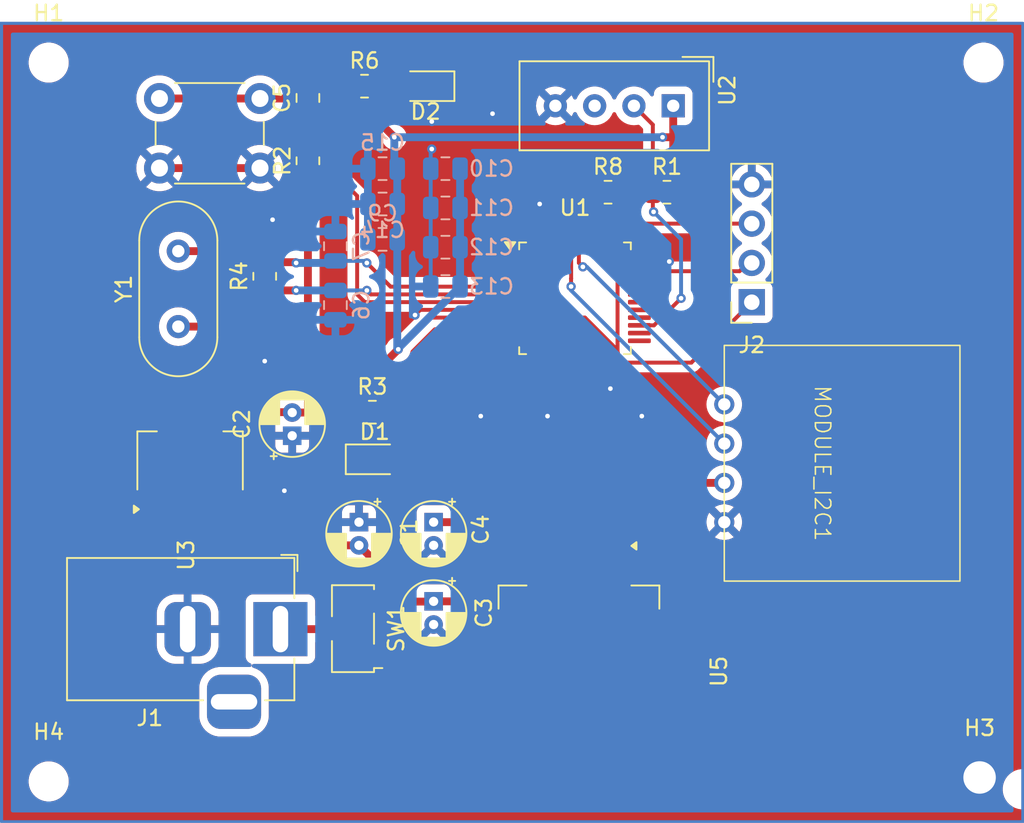
<source format=kicad_pcb>
(kicad_pcb (version 20240108) (generator "pcbnew") (generator_version "8.0")
  (layers (0 "F.Cu" jumper) (31 "B.Cu" signal) (34 "B.Paste" user) (35 "F.Paste" user) (36 "B.SilkS" user "B.Silkscreen") (37 "F.SilkS" user "F.Silkscreen") (38 "B.Mask" user) (39 "F.Mask" user) (44 "Edge.Cuts" user))
  (net 0 "")
  (net 1 "Net-(SW1-A)")
  (net 2 "/GND")
  (net 3 "/3v3")
  (net 4 "/5v")
  (net 5 "/OSCOUT")
  (net 6 "/OSCIN")
  (net 7 "Net-(D1-A)")
  (net 8 "Net-(SW1-B)")
  (net 11 "/SDA")
  (net 13 "/PB14")
  (net 20 "/SCL")
  (net 30 "/SWDIO")
  (net 33 "/SWCLK")
  (net 41 "Net-(D2-A)")
  (net 42 "Net-(U1-BOOT0)")
  (net 43 "/PC13")
  (net 44 "/PA1")
  (net 45 "/RESET")
  (footprint "Connector_BarrelJack:BarrelJack_Horizontal" (layer "F.Cu") (at 115.57 89.7205)
    (property "Reference" "J1" (at -8.45 5.75 0) (layer "F.SilkS"))
    (property "Value" "Jack-DC")
    (pad "1" thru_hole rect (at 0 0) (size 3.5 3.5) (drill oval 1 3) (layers "*.Cu" "*.Mask") (net 8 "Net-(SW1-B)"))
    (pad "2" thru_hole roundrect (at -6 0) (size 3 3.5) (drill oval 1 3) (layers "*.Cu" "*.Mask") (net 2 "/GND"))
    (pad "3" thru_hole roundrect (at -3 4.7) (size 3.5 3.5) (drill oval 3 1) (layers "*.Cu" "*.Mask"))
  )
  (footprint "Resistor_SMD:R_0805_2012Metric" (layer "F.Cu") (at 114.554 66.9055 90)
    (property "Reference" "R4" (at 0 -1.65 90) (layer "F.SilkS"))
    (property "Value" "1M" (hide yes))
    (pad "1" smd roundrect (at -0.9125 0 90) (size 1.025 1.4) (layers "F.Cu" "F.Paste" "F.Mask") (roundrect_rratio 0.243902) (net 5 "/OSCOUT"))
    (pad "2" smd roundrect (at 0.9125 0 90) (size 1.025 1.4) (layers "F.Cu" "F.Paste" "F.Mask") (roundrect_rratio 0.243902) (net 6 "/OSCIN"))
  )
  (footprint "Button_Switch_SMD:Nidec_Copal_CAS-120A" (layer "F.Cu") (at 120.262 89.69 180)
    (property "Reference" "SW1" (at -2.794 0 90) (layer "F.SilkS"))
    (property "Value" "SW_Nidec_CAS-120A1" (hide yes))
    (pad "1" smd roundrect (at -1.15 -1.75 90) (size 1 1.6) (layers "F.Cu" "F.Paste" "F.Mask"))
    (pad "2" smd roundrect (at 1.15 0 90) (size 1 1.6) (layers "F.Cu" "F.Paste" "F.Mask") (net 8 "Net-(SW1-B)"))
    (pad "3" smd roundrect (at -1.15 1.75 90) (size 1 1.6) (layers "F.Cu" "F.Paste" "F.Mask") (net 1 "Net-(SW1-A)"))
  )
  (footprint "Package_TO_SOT_SMD:SOT-223-3_TabPin2" (layer "F.Cu") (at 109.728 78.842 90)
    (property "Reference" "U3" (at -6.096 -0.254 90) (layer "F.SilkS"))
    (property "Value" "AMS1117" (hide yes))
    (pad "1" smd roundrect (at -3.15 -2.3 90) (size 2 1.5) (layers "F.Cu" "F.Paste" "F.Mask") (net 2 "/GND"))
    (pad "2" smd roundrect (at -3.15 0 90) (size 2 1.5) (layers "F.Cu" "F.Paste" "F.Mask") (net 3 "/3v3"))
    (pad "2" smd roundrect (at 3.15 0 90) (size 2 3.8) (layers "F.Cu" "F.Paste" "F.Mask") (net 3 "/3v3"))
    (pad "3" smd roundrect (at -3.15 2.3 90) (size 2 1.5) (layers "F.Cu" "F.Paste" "F.Mask") (net 1 "Net-(SW1-A)"))
  )
  (footprint "MountingHole:MountingHole_2.1mm" (layer "F.Cu") (at 160.782 99.314)
    (property "Reference" "H3" (at 0 -3.2 0) (layer "F.SilkS"))
    (property "Value" "MountingHole" (hide yes))
    (pad "" np_thru_hole circle (at 0 0) (size 2.1 2.1) (drill 2.1) (layers "*.Cu" "*.Mask"))
  )
  (footprint "Package_QFP:LQFP-48_7x7mm_P0.5mm" (layer "F.Cu") (at 134.62 68.326)
    (property "Reference" "U1" (at 0 -5.85 0) (layer "F.SilkS"))
    (property "Value" "STM32F103C8Tx" (hide yes))
    (pad "1" smd roundrect (at -4.1625 -2.75) (size 1.475 0.3) (layers "F.Cu" "F.Paste" "F.Mask"))
    (pad "2" smd roundrect (at -4.1625 -2.25) (size 1.475 0.3) (layers "F.Cu" "F.Paste" "F.Mask") (net 43 "/PC13"))
    (pad "3" smd roundrect (at -4.1625 -1.75) (size 1.475 0.3) (layers "F.Cu" "F.Paste" "F.Mask"))
    (pad "4" smd roundrect (at -4.1625 -1.25) (size 1.475 0.3) (layers "F.Cu" "F.Paste" "F.Mask"))
    (pad "5" smd roundrect (at -4.1625 -0.75) (size 1.475 0.3) (layers "F.Cu" "F.Paste" "F.Mask") (net 6 "/OSCIN"))
    (pad "6" smd roundrect (at -4.1625 -0.25) (size 1.475 0.3) (layers "F.Cu" "F.Paste" "F.Mask") (net 5 "/OSCOUT"))
    (pad "7" smd roundrect (at -4.1625 0.25) (size 1.475 0.3) (layers "F.Cu" "F.Paste" "F.Mask") (net 45 "/RESET"))
    (pad "8" smd roundrect (at -4.1625 0.75) (size 1.475 0.3) (layers "F.Cu" "F.Paste" "F.Mask") (net 2 "/GND"))
    (pad "9" smd roundrect (at -4.1625 1.25) (size 1.475 0.3) (layers "F.Cu" "F.Paste" "F.Mask") (net 3 "/3v3"))
    (pad "10" smd roundrect (at -4.1625 1.75) (size 1.475 0.3) (layers "F.Cu" "F.Paste" "F.Mask"))
    (pad "11" smd roundrect (at -4.1625 2.25) (size 1.475 0.3) (layers "F.Cu" "F.Paste" "F.Mask") (net 44 "/PA1"))
    (pad "12" smd roundrect (at -4.1625 2.75) (size 1.475 0.3) (layers "F.Cu" "F.Paste" "F.Mask"))
    (pad "13" smd roundrect (at -2.75 4.1625) (size 0.3 1.475) (layers "F.Cu" "F.Paste" "F.Mask"))
    (pad "14" smd roundrect (at -2.25 4.1625) (size 0.3 1.475) (layers "F.Cu" "F.Paste" "F.Mask"))
    (pad "15" smd roundrect (at -1.75 4.1625) (size 0.3 1.475) (layers "F.Cu" "F.Paste" "F.Mask"))
    (pad "16" smd roundrect (at -1.25 4.1625) (size 0.3 1.475) (layers "F.Cu" "F.Paste" "F.Mask"))
    (pad "17" smd roundrect (at -0.75 4.1625) (size 0.3 1.475) (layers "F.Cu" "F.Paste" "F.Mask"))
    (pad "18" smd roundrect (at -0.25 4.1625) (size 0.3 1.475) (layers "F.Cu" "F.Paste" "F.Mask"))
    (pad "19" smd roundrect (at 0.25 4.1625) (size 0.3 1.475) (layers "F.Cu" "F.Paste" "F.Mask"))
    (pad "20" smd roundrect (at 0.75 4.1625) (size 0.3 1.475) (layers "F.Cu" "F.Paste" "F.Mask"))
    (pad "21" smd roundrect (at 1.25 4.1625) (size 0.3 1.475) (layers "F.Cu" "F.Paste" "F.Mask"))
    (pad "22" smd roundrect (at 1.75 4.1625) (size 0.3 1.475) (layers "F.Cu" "F.Paste" "F.Mask"))
    (pad "23" smd roundrect (at 2.25 4.1625) (size 0.3 1.475) (layers "F.Cu" "F.Paste" "F.Mask") (net 2 "/GND"))
    (pad "24" smd roundrect (at 2.75 4.1625) (size 0.3 1.475) (layers "F.Cu" "F.Paste" "F.Mask") (net 3 "/3v3"))
    (pad "25" smd roundrect (at 4.1625 2.75) (size 1.475 0.3) (layers "F.Cu" "F.Paste" "F.Mask"))
    (pad "26" smd roundrect (at 4.1625 2.25) (size 1.475 0.3) (layers "F.Cu" "F.Paste" "F.Mask"))
    (pad "27" smd roundrect (at 4.1625 1.75) (size 1.475 0.3) (layers "F.Cu" "F.Paste" "F.Mask") (net 13 "/PB14"))
    (pad "28" smd roundrect (at 4.1625 1.25) (size 1.475 0.3) (layers "F.Cu" "F.Paste" "F.Mask"))
    (pad "29" smd roundrect (at 4.1625 0.75) (size 1.475 0.3) (layers "F.Cu" "F.Paste" "F.Mask"))
    (pad "30" smd roundrect (at 4.1625 0.25) (size 1.475 0.3) (layers "F.Cu" "F.Paste" "F.Mask"))
    (pad "31" smd roundrect (at 4.1625 -0.25) (size 1.475 0.3) (layers "F.Cu" "F.Paste" "F.Mask"))
    (pad "32" smd roundrect (at 4.1625 -0.75) (size 1.475 0.3) (layers "F.Cu" "F.Paste" "F.Mask"))
    (pad "33" smd roundrect (at 4.1625 -1.25) (size 1.475 0.3) (layers "F.Cu" "F.Paste" "F.Mask"))
    (pad "34" smd roundrect (at 4.1625 -1.75) (size 1.475 0.3) (layers "F.Cu" "F.Paste" "F.Mask") (net 30 "/SWDIO"))
    (pad "35" smd roundrect (at 4.1625 -2.25) (size 1.475 0.3) (layers "F.Cu" "F.Paste" "F.Mask") (net 2 "/GND"))
    (pad "36" smd roundrect (at 4.1625 -2.75) (size 1.475 0.3) (layers "F.Cu" "F.Paste" "F.Mask") (net 3 "/3v3"))
    (pad "37" smd roundrect (at 2.75 -4.1625) (size 0.3 1.475) (layers "F.Cu" "F.Paste" "F.Mask") (net 33 "/SWCLK"))
    (pad "38" smd roundrect (at 2.25 -4.1625) (size 0.3 1.475) (layers "F.Cu" "F.Paste" "F.Mask"))
    (pad "39" smd roundrect (at 1.75 -4.1625) (size 0.3 1.475) (layers "F.Cu" "F.Paste" "F.Mask"))
    (pad "40" smd roundrect (at 1.25 -4.1625) (size 0.3 1.475) (layers "F.Cu" "F.Paste" "F.Mask"))
    (pad "41" smd roundrect (at 0.75 -4.1625) (size 0.3 1.475) (layers "F.Cu" "F.Paste" "F.Mask"))
    (pad "42" smd roundrect (at 0.25 -4.1625) (size 0.3 1.475) (layers "F.Cu" "F.Paste" "F.Mask") (net 20 "/SCL"))
    (pad "43" smd roundrect (at -0.25 -4.1625) (size 0.3 1.475) (layers "F.Cu" "F.Paste" "F.Mask") (net 11 "/SDA"))
    (pad "44" smd roundrect (at -0.75 -4.1625) (size 0.3 1.475) (layers "F.Cu" "F.Paste" "F.Mask") (net 42 "Net-(U1-BOOT0)"))
    (pad "45" smd roundrect (at -1.25 -4.1625) (size 0.3 1.475) (layers "F.Cu" "F.Paste" "F.Mask"))
    (pad "46" smd roundrect (at -1.75 -4.1625) (size 0.3 1.475) (layers "F.Cu" "F.Paste" "F.Mask"))
    (pad "47" smd roundrect (at -2.25 -4.1625) (size 0.3 1.475) (layers "F.Cu" "F.Paste" "F.Mask") (net 2 "/GND"))
    (pad "48" smd roundrect (at -2.75 -4.1625) (size 0.3 1.475) (layers "F.Cu" "F.Paste" "F.Mask") (net 3 "/3v3"))
  )
  (footprint "Package_TO_SOT_SMD:TO-263-3_TabPin2" (layer "F.Cu") (at 134.874 91.724 -90)
    (property "Reference" "U5" (at 0.734 -9.056 90) (layer "F.SilkS"))
    (property "Value" "LM7805_TO220")
    (pad "1" smd roundrect (at -7.65 -2.54 270) (size 4.6 1.1) (layers "F.Cu" "F.Paste" "F.Mask") (roundrect_rratio 0.227273) (net 1 "Net-(SW1-A)"))
    (pad "2" smd roundrect (at -7.65 0 270) (size 4.6 1.1) (layers "F.Cu" "F.Paste" "F.Mask") (roundrect_rratio 0.227273) (net 2 "/GND"))
    (pad "2" smd roundrect (at -0.925 -2.775 270) (size 4.55 5.25) (layers "F.Cu" "F.Paste") (roundrect_rratio 0.054945) (net 2 "/GND"))
    (pad "2" smd roundrect (at -0.925 2.775 270) (size 4.55 5.25) (layers "F.Cu" "F.Paste") (roundrect_rratio 0.054945) (net 2 "/GND"))
    (pad "2" smd roundrect (at 1.5 0 270) (size 9.4 10.8) (layers "F.Cu" "F.Mask") (roundrect_rratio 0.026596) (net 2 "/GND"))
    (pad "2" smd roundrect (at 3.925 -2.775 270) (size 4.55 5.25) (layers "F.Cu" "F.Paste") (roundrect_rratio 0.054945) (net 2 "/GND"))
    (pad "2" smd roundrect (at 3.925 2.775 270) (size 4.55 5.25) (layers "F.Cu" "F.Paste") (roundrect_rratio 0.054945) (net 2 "/GND"))
    (pad "3" smd roundrect (at -7.65 2.54 270) (size 4.6 1.1) (layers "F.Cu" "F.Paste" "F.Mask") (roundrect_rratio 0.227273) (net 4 "/5v"))
  )
  (footprint "Button_Switch_THT:SW_PUSH_6mm" (layer "F.Cu") (at 114.248 59.908 180)
    (property "Reference" "SW3" (hide yes))
    (property "Value" "SW_Push" (hide yes))
    (pad "1" thru_hole circle (at 0 0 270) (size 2 2) (drill 1.1) (layers "*.Cu" "*.Mask") (net 2 "/GND"))
    (pad "1" thru_hole circle (at 6.5 0 270) (size 2 2) (drill 1.1) (layers "*.Cu" "*.Mask") (net 2 "/GND"))
    (pad "2" thru_hole circle (at 0 4.5 270) (size 2 2) (drill 1.1) (layers "*.Cu" "*.Mask") (net 45 "/RESET"))
    (pad "2" thru_hole circle (at 6.5 4.5 270) (size 2 2) (drill 1.1) (layers "*.Cu" "*.Mask") (net 45 "/RESET"))
  )
  (footprint "MountingHole:MountingHole_2.1mm" (layer "F.Cu") (at 100.584 99.568)
    (property "Reference" "H4" (at 0 -3.2 0) (layer "F.SilkS"))
    (property "Value" "MountingHole" (hide yes))
    (pad "" np_thru_hole circle (at 0 0) (size 2.1 2.1) (drill 2.1) (layers "*.Cu" "*.Mask"))
  )
  (footprint "Resistor_SMD:R_0805_2012Metric" (layer "F.Cu") (at 117.348 59.436 90)
    (property "Reference" "R2" (at 0 -1.65 90) (layer "F.SilkS"))
    (property "Value" "10K" (hide yes))
    (pad "1" smd roundrect (at -0.9125 0 90) (size 1.025 1.4) (layers "F.Cu" "F.Paste" "F.Mask") (roundrect_rratio 0.243902) (net 3 "/3v3"))
    (pad "2" smd roundrect (at 0.9125 0 90) (size 1.025 1.4) (layers "F.Cu" "F.Paste" "F.Mask") (roundrect_rratio 0.243902) (net 45 "/RESET"))
  )
  (footprint "Resistor_SMD:R_0805_2012Metric" (layer "F.Cu") (at 136.7555 61.468)
    (property "Reference" "R8" (at 0 -1.65 0) (layer "F.SilkS"))
    (property "Value" "10k" (hide yes))
    (pad "1" smd roundrect (at -0.9125 0) (size 1.025 1.4) (layers "F.Cu" "F.Paste" "F.Mask") (roundrect_rratio 0.243902) (net 2 "/GND"))
    (pad "2" smd roundrect (at 0.9125 0) (size 1.025 1.4) (layers "F.Cu" "F.Paste" "F.Mask") (roundrect_rratio 0.243902) (net 42 "Net-(U1-BOOT0)"))
  )
  (footprint "LED_SMD:LED_0805_2012Metric_Pad1.15x1.40mm_HandSolder" (layer "F.Cu") (at 124.959 54.61 180)
    (property "Reference" "D2" (at 0 -1.65 0) (layer "F.SilkS"))
    (property "Value" "LED")
    (pad "1" smd roundrect (at -1.025 0 180) (size 1.15 1.4) (layers "F.Cu" "F.Paste" "F.Mask") (roundrect_rratio 0.217391) (net 43 "/PC13"))
    (pad "2" smd roundrect (at 1.025 0 180) (size 1.15 1.4) (layers "F.Cu" "F.Paste" "F.Mask") (roundrect_rratio 0.217391) (net 41 "Net-(D2-A)"))
  )
  (footprint "Crystal:Crystal_HC49-U_Vertical" (layer "F.Cu") (at 108.966 70.158 90)
    (property "Reference" "Y1" (at 2.44 -3.525 90) (layer "F.SilkS"))
    (property "Value" "8Mhz")
    (pad "1" thru_hole circle (at 0 0 90) (size 1.5 1.5) (drill 0.8) (layers "*.Cu" "*.Mask") (net 5 "/OSCOUT"))
    (pad "2" thru_hole circle (at 4.88 0 90) (size 1.5 1.5) (drill 0.8) (layers "*.Cu" "*.Mask") (net 6 "/OSCIN"))
  )
  (footprint "Sensor:Aosong_DHT11_5.5x12.0_P2.54mm" (layer "F.Cu") (at 140.97 55.88 -90)
    (property "Reference" "U2" (at -1 -3.5 90) (layer "F.SilkS"))
    (property "Value" "DHT11" (hide yes))
    (pad "1" thru_hole rect (at 0 0 270) (size 1.5 1.5) (drill 0.8) (layers "*.Cu" "*.Mask") (net 3 "/3v3"))
    (pad "2" thru_hole circle (at 0 2.54 270) (size 1.5 1.5) (drill 0.8) (layers "*.Cu" "*.Mask") (net 13 "/PB14"))
    (pad "3" thru_hole circle (at 0 5.08 270) (size 1.5 1.5) (drill 0.8) (layers "*.Cu" "*.Mask"))
    (pad "4" thru_hole circle (at 0 7.62 270) (size 1.5 1.5) (drill 0.8) (layers "*.Cu" "*.Mask") (net 2 "/GND"))
  )
  (footprint "LED_SMD:LED_0805_2012Metric_Pad1.15x1.40mm_HandSolder" (layer "F.Cu") (at 121.657 78.74)
    (property "Reference" "D1" (at 0.009 -1.778 360) (layer "F.SilkS"))
    (property "Value" "LED")
    (pad "1" smd roundrect (at -1.025 0) (size 1.15 1.4) (layers "F.Cu" "F.Paste" "F.Mask") (roundrect_rratio 0.217391) (net 2 "/GND"))
    (pad "2" smd roundrect (at 1.025 0) (size 1.15 1.4) (layers "F.Cu" "F.Paste" "F.Mask") (roundrect_rratio 0.217391) (net 7 "Net-(D1-A)"))
  )
  (footprint "Connector_PinSocket_2.54mm:PinSocket_1x04_P2.54mm_Vertical" (layer "F.Cu") (at 146.05 68.58 180)
    (property "Reference" "J2" (at 0 -2.77 360) (layer "F.SilkS"))
    (property "Value" "Conn_01x04_Pin" (hide yes))
    (pad "1" thru_hole rect (at 0 0 180) (size 1.7 1.7) (drill 1) (layers "*.Cu" "*.Mask") (net 3 "/3v3"))
    (pad "2" thru_hole oval (at 0 2.54 180) (size 1.7 1.7) (drill 1) (layers "*.Cu" "*.Mask") (net 30 "/SWDIO"))
    (pad "3" thru_hole oval (at 0 5.08 180) (size 1.7 1.7) (drill 1) (layers "*.Cu" "*.Mask") (net 33 "/SWCLK"))
    (pad "4" thru_hole oval (at 0 7.62 180) (size 1.7 1.7) (drill 1) (layers "*.Cu" "*.Mask") (net 2 "/GND"))
  )
  (footprint "Resistor_SMD:R_0805_2012Metric" (layer "F.Cu") (at 121.0075 54.61)
    (property "Reference" "R6" (at 0 -1.65 0) (layer "F.SilkS"))
    (property "Value" "510" (hide yes))
    (pad "1" smd roundrect (at -0.9125 0) (size 1.025 1.4) (layers "F.Cu" "F.Paste" "F.Mask") (roundrect_rratio 0.243902) (net 3 "/3v3"))
    (pad "2" smd roundrect (at 0.9125 0) (size 1.025 1.4) (layers "F.Cu" "F.Paste" "F.Mask") (roundrect_rratio 0.243902) (net 41 "Net-(D2-A)"))
  )
  (footprint "MountingHole:MountingHole_2.1mm" (layer "F.Cu") (at 100.584 53.086)
    (property "Reference" "H1" (at 0 -3.2 0) (layer "F.SilkS"))
    (property "Value" "MountingHole" (hide yes))
    (pad "" np_thru_hole circle (at 0 0) (size 2.1 2.1) (drill 2.1) (layers "*.Cu" "*.Mask"))
  )
  (footprint "New_lib:MODULE_I2C" (layer "F.Cu") (at 144.272 75.184 -90)
    (property "Reference" "MODULE_I2C1" (at 3.81 -6.35 -90) (layer "F.SilkS") (effects (font (thickness 0.1))))
    (property "Value" "~" (hide yes))
    (pad "17" thru_hole circle (at 7.62 0 270) (size 1.3 1.3) (drill 0.8) (layers "*.Cu" "*.Mask") (net 2 "/GND"))
    (pad "18" thru_hole circle (at 5.08 0 270) (size 1.3 1.3) (drill 0.8) (layers "*.Cu" "*.Mask") (net 4 "/5v"))
    (pad "19" thru_hole circle (at 2.54 0 270) (size 1.3 1.3) (drill 0.8) (layers "*.Cu" "*.Mask") (net 11 "/SDA"))
    (pad "20" thru_hole circle (at 0 0 270) (size 1.3 1.3) (drill 0.8) (layers "*.Cu" "*.Mask") (net 20 "/SCL"))
  )
  (footprint "Capacitor_SMD:C_0805_2012Metric" (layer "F.Cu") (at 117.348 55.372 90)
    (property "Reference" "C5" (at 0 -1.68 90) (layer "F.SilkS"))
    (property "Value" "1uF" (hide yes))
    (pad "1" smd roundrect (at -0.95 0 90) (size 1 1.45) (layers "F.Cu" "F.Paste" "F.Mask") (net 45 "/RESET"))
    (pad "2" smd roundrect (at 0.95 0 90) (size 1 1.45) (layers "F.Cu" "F.Paste" "F.Mask") (net 2 "/GND"))
  )
  (footprint "Resistor_SMD:R_0805_2012Metric" (layer "F.Cu") (at 121.5155 75.692)
    (property "Reference" "R3" (at 0 -1.65 360) (layer "F.SilkS"))
    (property "Value" "510" (hide yes))
    (pad "1" smd roundrect (at -0.9125 0) (size 1.025 1.4) (layers "F.Cu" "F.Paste" "F.Mask") (roundrect_rratio 0.243902) (net 3 "/3v3"))
    (pad "2" smd roundrect (at 0.9125 0) (size 1.025 1.4) (layers "F.Cu" "F.Paste" "F.Mask") (roundrect_rratio 0.243902) (net 7 "Net-(D1-A)"))
  )
  (footprint "Capacitor_THT:CP_Radial_D4.0mm_P1.50mm" (layer "F.Cu") (at 125.476 82.804 -90)
    (property "Reference" "C4" (at 0.484 -3.048 90) (layer "F.SilkS"))
    (property "Value" "10uF")
    (pad "1" thru_hole rect (at 0 0 270) (size 1.2 1.2) (drill 0.6) (layers "*.Cu" "*.Mask") (net 4 "/5v"))
    (pad "2" thru_hole circle (at 1.5 0 270) (size 1.2 1.2) (drill 0.6) (layers "*.Cu" "*.Mask") (net 2 "/GND"))
  )
  (footprint "MountingHole:MountingHole_2.1mm" (layer "F.Cu") (at 161.036 53.086)
    (property "Reference" "H2" (at 0 -3.2 0) (layer "F.SilkS"))
    (property "Value" "MountingHole" (hide yes))
    (pad "" np_thru_hole circle (at 0 0) (size 2.1 2.1) (drill 2.1) (layers "*.Cu" "*.Mask"))
  )
  (footprint "Capacitor_THT:CP_Radial_D4.0mm_P1.50mm" (layer "F.Cu") (at 120.65 82.804 -90)
    (property "Reference" "C1" (at 0.75 -3.25 90) (layer "F.SilkS"))
    (property "Value" "10uF")
    (pad "1" thru_hole rect (at 0 0 270) (size 1.2 1.2) (drill 0.6) (layers "*.Cu" "*.Mask") (net 2 "/GND"))
    (pad "2" thru_hole circle (at 1.5 0 270) (size 1.2 1.2) (drill 0.6) (layers "*.Cu" "*.Mask") (net 1 "Net-(SW1-A)"))
  )
  (footprint "Capacitor_THT:CP_Radial_D4.0mm_P1.50mm" (layer "F.Cu") (at 116.332 77.216 90)
    (property "Reference" "C2" (at 0.75 -3.25 90) (layer "F.SilkS"))
    (property "Value" "10uF")
    (pad "1" thru_hole rect (at 0 0 90) (size 1.2 1.2) (drill 0.6) (layers "*.Cu" "*.Mask") (net 2 "/GND"))
    (pad "2" thru_hole circle (at 1.5 0 90) (size 1.2 1.2) (drill 0.6) (layers "*.Cu" "*.Mask") (net 3 "/3v3"))
  )
  (footprint "Capacitor_THT:CP_Radial_D4.0mm_P1.50mm" (layer "F.Cu") (at 125.476 87.923401 -90)
    (property "Reference" "C3" (at 0.75 -3.25 90) (layer "F.SilkS"))
    (property "Value" "10uF" (hide yes))
    (pad "1" thru_hole rect (at 0 0 270) (size 1.2 1.2) (drill 0.6) (layers "*.Cu" "*.Mask") (net 1 "Net-(SW1-A)"))
    (pad "2" thru_hole circle (at 1.5 0 270) (size 1.2 1.2) (drill 0.6) (layers "*.Cu" "*.Mask") (net 2 "/GND"))
  )
  (footprint "Resistor_SMD:R_0805_2012Metric" (layer "F.Cu") (at 140.5655 61.468)
    (property "Reference" "R1" (at 0 -1.65 0) (layer "F.SilkS"))
    (property "Value" "10k" (hide yes))
    (pad "1" smd roundrect (at -0.9125 0) (size 1.025 1.4) (layers "F.Cu" "F.Paste" "F.Mask") (roundrect_rratio 0.243902) (net 13 "/PB14"))
    (pad "2" smd roundrect (at 0.9125 0) (size 1.025 1.4) (layers "F.Cu" "F.Paste" "F.Mask") (roundrect_rratio 0.243902) (net 3 "/3v3"))
  )
  (footprint "Capacitor_SMD:C_0805_2012Metric" (layer "B.Cu") (at 122.174 59.944 180)
    (property "Reference" "C15" (at 0 1.68 0) (layer "B.SilkS") (effects (justify mirror)))
    (property "Value" "0.1uF" (hide yes))
    (pad "1" smd roundrect (at -0.95 0 180) (size 1 1.45) (layers "B.Cu" "B.Paste" "B.Mask") (net 3 "/3v3"))
    (pad "2" smd roundrect (at 0.95 0 180) (size 1 1.45) (layers "B.Cu" "B.Paste" "B.Mask") (net 2 "/GND"))
  )
  (footprint "Capacitor_SMD:C_0805_2012Metric" (layer "B.Cu") (at 119.126 68.768 90)
    (property "Reference" "C6" (at 0 1.68 90) (layer "B.SilkS") (effects (justify mirror)))
    (property "Value" "20pF" (hide yes))
    (pad "1" smd roundrect (at -0.95 0 90) (size 1 1.45) (layers "B.Cu" "B.Paste" "B.Mask") (net 2 "/GND"))
    (pad "2" smd roundrect (at 0.95 0 90) (size 1 1.45) (layers "B.Cu" "B.Paste" "B.Mask") (net 5 "/OSCOUT"))
  )
  (footprint "Capacitor_SMD:C_0805_2012Metric" (layer "B.Cu") (at 122.174 62.23)
    (property "Reference" "C14" (at 0 1.68 0) (layer "B.SilkS") (effects (justify mirror)))
    (property "Value" "10uF" (hide yes))
    (pad "1" smd roundrect (at -0.95 0) (size 1 1.45) (layers "B.Cu" "B.Paste" "B.Mask") (net 2 "/GND"))
    (pad "2" smd roundrect (at 0.95 0) (size 1 1.45) (layers "B.Cu" "B.Paste" "B.Mask") (net 3 "/3v3"))
  )
  (footprint "Capacitor_SMD:C_0805_2012Metric" (layer "B.Cu") (at 119.126 64.958 90)
    (property "Reference" "C7" (at 0 1.68 90) (layer "B.SilkS") (effects (justify mirror)))
    (property "Value" "20pF" (hide yes))
    (pad "1" smd roundrect (at -0.95 0 90) (size 1 1.45) (layers "B.Cu" "B.Paste" "B.Mask") (net 6 "/OSCIN"))
    (pad "2" smd roundrect (at 0.95 0 90) (size 1 1.45) (layers "B.Cu" "B.Paste" "B.Mask") (net 2 "/GND"))
  )
  (footprint "Capacitor_SMD:C_0805_2012Metric" (layer "B.Cu") (at 126.238 67.564 180)
    (property "Reference" "C13" (at -2.982 0 0) (layer "B.SilkS") (effects (justify mirror)))
    (property "Value" "0.1uF" (hide yes))
    (pad "1" smd roundrect (at -0.95 0 180) (size 1 1.45) (layers "B.Cu" "B.Paste" "B.Mask") (net 3 "/3v3"))
    (pad "2" smd roundrect (at 0.95 0 180) (size 1 1.45) (layers "B.Cu" "B.Paste" "B.Mask") (net 2 "/GND"))
  )
  (footprint "Capacitor_SMD:C_0805_2012Metric" (layer "B.Cu") (at 122.174 64.516 180)
    (property "Reference" "C9" (at 0 1.68 0) (layer "B.SilkS") (effects (justify mirror)))
    (property "Value" "0,1uF" (hide yes))
    (pad "1" smd roundrect (at -0.95 0 180) (size 1 1.45) (layers "B.Cu" "B.Paste" "B.Mask") (net 3 "/3v3"))
    (pad "2" smd roundrect (at 0.95 0 180) (size 1 1.45) (layers "B.Cu" "B.Paste" "B.Mask") (net 2 "/GND"))
  )
  (footprint "Capacitor_SMD:C_0805_2012Metric" (layer "B.Cu") (at 126.238 62.484 180)
    (property "Reference" "C11" (at -2.982 0 0) (layer "B.SilkS") (effects (justify mirror)))
    (property "Value" "0.1uF" (hide yes))
    (pad "1" smd roundrect (at -0.95 0 180) (size 1 1.45) (layers "B.Cu" "B.Paste" "B.Mask") (net 3 "/3v3"))
    (pad "2" smd roundrect (at 0.95 0 180) (size 1 1.45) (layers "B.Cu" "B.Paste" "B.Mask") (net 2 "/GND"))
  )
  (footprint "Capacitor_SMD:C_0805_2012Metric" (layer "B.Cu") (at 126.238 65.024 180)
    (property "Reference" "C12" (at -2.982 0 0) (layer "B.SilkS") (effects (justify mirror)))
    (property "Value" "0.1uF" (hide yes))
    (pad "1" smd roundrect (at -0.95 0 180) (size 1 1.45) (layers "B.Cu" "B.Paste" "B.Mask") (net 3 "/3v3"))
    (pad "2" smd roundrect (at 0.95 0 180) (size 1 1.45) (layers "B.Cu" "B.Paste" "B.Mask") (net 2 "/GND"))
  )
  (footprint "Capacitor_SMD:C_0805_2012Metric" (layer "B.Cu") (at 126.238 59.944 180)
    (property "Reference" "C10" (at -2.982 0 0) (layer "B.SilkS") (effects (justify mirror)))
    (property "Value" "0.1uF" (hide yes))
    (pad "1" smd roundrect (at -0.95 0 180) (size 1 1.45) (layers "B.Cu" "B.Paste" "B.Mask") (net 3 "/3v3"))
    (pad "2" smd roundrect (at 0.95 0 180) (size 1 1.45) (layers "B.Cu" "B.Paste" "B.Mask") (net 2 "/GND"))
  )
  (gr_rect (start 97.536 50.546) (end 163.576 102.176) (stroke (width 0.2)) (fill none) (layer "B.Cu"))
  (segment (start 121.412 87.94) (end 125.459401 87.94) (width 0.508) (layer "F.Cu") (net 1))
  (segment (start 125.459401 87.94) (end 125.476 87.923401) (width 0.508) (layer "F.Cu") (net 1))
  (segment (start 137.414 86.374) (end 137.414 84.074) (width 0.508) (layer "F.Cu") (net 1))
  (segment (start 135.864599 87.923401) (end 137.414 86.374) (width 0.508) (layer "F.Cu") (net 1))
  (segment (start 125.476 87.923401) (end 135.864599 87.923401) (width 0.508) (layer "F.Cu") (net 1))
  (segment (start 121.412 87.94) (end 121.412 85.066) (width 0.508) (layer "F.Cu") (net 1))
  (segment (start 112.028 81.992) (end 114.34 84.304) (width 0.508) (layer "F.Cu") (net 1))
  (segment (start 121.412 85.066) (end 120.65 84.304) (width 0.508) (layer "F.Cu") (net 1))
  (segment (start 114.34 84.304) (end 120.65 84.304) (width 0.508) (layer "F.Cu") (net 1))
  (segment (start 140.589 66.076) (end 140.716 65.949) (width 0.254) (layer "F.Cu") (net 2))
  (segment (start 132.37 62.266) (end 132.334 62.23) (width 0.254) (layer "F.Cu") (net 2))
  (segment (start 130.4575 69.076) (end 124.609682 69.076) (width 0.254) (layer "F.Cu") (net 2))
  (segment (start 124.609682 69.076) (end 124.274841 69.410841) (width 0.254) (layer "F.Cu") (net 2))
  (segment (start 136.87 74.132) (end 136.906 74.168) (width 0.254) (layer "F.Cu") (net 2))
  (segment (start 138.7825 66.076) (end 140.589 66.076) (width 0.254) (layer "F.Cu") (net 2))
  (segment (start 125.357 58.674) (end 125.357 56.896) (width 0.254) (layer "F.Cu") (net 2))
  (segment (start 136.87 72.4885) (end 136.87 74.132) (width 0.254) (layer "F.Cu") (net 2))
  (segment (start 132.37 64.1635) (end 132.37 62.266) (width 0.254) (layer "F.Cu") (net 2))
  (segment (start 107.748 59.908) (end 114.248 59.908) (width 0.508) (layer "F.Cu") (net 2))
  (via (at 136.906 74.168) (size 0.6) (drill 0.3) (layers "F.Cu" "B.Cu") (net 2))
  (via (at 114.554 72.39) (size 0.6) (drill 0.3) (layers "F.Cu" "B.Cu") (net 2))
  (via (at 125.357 56.896) (size 0.6) (drill 0.3) (layers "F.Cu" "B.Cu") (net 2))
  (via (at 132.842 75.946) (size 0.6) (drill 0.3) (layers "F.Cu" "B.Cu") (net 2))
  (via (at 115.824 80.772) (size 0.6) (drill 0.3) (layers "F.Cu" "B.Cu") (net 2))
  (via (at 129.286 56.388) (size 0.6) (drill 0.3) (layers "F.Cu" "B.Cu") (net 2))
  (via (at 138.938 75.946) (size 0.6) (drill 0.3) (layers "F.Cu" "B.Cu") (net 2))
  (via (at 124.274841 69.410841) (size 0.6) (drill 0.3) (layers "F.Cu" "B.Cu") (net 2))
  (via (at 132.334 62.23) (size 0.6) (drill 0.3) (layers "F.Cu" "B.Cu") (net 2))
  (via (at 125.357 58.674) (size 0.6) (drill 0.3) (layers "F.Cu" "B.Cu") (net 2))
  (via (at 115.062 63.246) (size 0.6) (drill 0.3) (layers "F.Cu" "B.Cu") (net 2))
  (via (at 128.524 75.946) (size 0.6) (drill 0.3) (layers "F.Cu" "B.Cu") (net 2))
  (via (at 140.716 65.949) (size 0.6) (drill 0.3) (layers "F.Cu" "B.Cu") (net 2))
  (segment (start 125.288 65.024) (end 125.288 62.484) (width 0.254) (layer "B.Cu") (net 2))
  (segment (start 132.334 56.896) (end 133.35 55.88) (width 0.254) (layer "B.Cu") (net 2))
  (segment (start 125.357 56.896) (end 132.334 56.896) (width 0.254) (layer "B.Cu") (net 2))
  (segment (start 125.288 62.484) (end 125.288 59.944) (width 0.254) (layer "B.Cu") (net 2))
  (segment (start 125.288 59.944) (end 125.288 58.743) (width 0.254) (layer "B.Cu") (net 2))
  (segment (start 125.288 58.743) (end 125.357 58.674) (width 0.254) (layer "B.Cu") (net 2))
  (segment (start 125.288 67.564) (end 125.288 65.024) (width 0.254) (layer "B.Cu") (net 2))
  (segment (start 142.1415 72.4885) (end 137.37 72.4885) (width 0.254) (layer "F.Cu") (net 3))
  (segment (start 120.095 54.61) (end 120.095 55.071) (width 0.508) (layer "F.Cu") (net 3))
  (segment (start 140.97 55.88) (end 140.97 57.912) (width 0.508) (layer "F.Cu") (net 3))
  (segment (start 137.974408 65.576) (end 137.37 66.180408) (width 0.254) (layer "F.Cu") (net 3))
  (segment (start 109.728 75.692) (end 116.308 75.692) (width 0.508) (layer "F.Cu") (net 3))
  (segment (start 132.08 69.576) (end 130.4575 69.576) (width 0.254) (layer "F.Cu") (net 3))
  (segment (start 140.97 57.912) (end 140.97 60.96) (width 0.508) (layer "F.Cu") (net 3))
  (segment (start 138.7825 65.576) (end 137.974408 65.576) (width 0.254) (layer "F.Cu") (net 3))
  (segment (start 109.728 81.992) (end 109.728 75.692) (width 0.508) (layer "F.Cu") (net 3))
  (segment (start 146.05 68.58) (end 142.1415 72.4885) (width 0.254) (layer "F.Cu") (net 3))
  (segment (start 140.97 60.96) (end 141.478 61.468) (width 0.508) (layer "F.Cu") (net 3))
  (segment (start 116.332 75.716) (end 117.348 75.716) (width 0.508) (layer "F.Cu") (net 3))
  (segment (start 135.265592 69.576) (end 132.08 69.576) (width 0.254) (layer "F.Cu") (net 3))
  (segment (start 117.348 75.716) (end 120.579 75.716) (width 0.508) (layer "F.Cu") (net 3))
  (segment (start 137.37 66.180408) (end 137.37 72.4885) (width 0.254) (layer "F.Cu") (net 3))
  (segment (start 120.603 74.215) (end 123.19 71.628) (width 0.508) (layer "F.Cu") (net 3))
  (segment (start 131.87 64.1635) (end 131.87 69.366) (width 0.254) (layer "F.Cu") (net 3))
  (segment (start 120.579 75.716) (end 120.603 75.692) (width 0.508) (layer "F.Cu") (net 3))
  (segment (start 120.603 75.692) (end 120.603 74.215) (width 0.508) (layer "F.Cu") (net 3))
  (segment (start 137.37 71.680408) (end 135.265592 69.576) (width 0.254) (layer "F.Cu") (net 3))
  (segment (start 116.308 75.692) (end 116.332 75.716) (width 0.508) (layer "F.Cu") (net 3))
  (segment (start 137.37 72.4885) (end 137.37 71.680408) (width 0.254) (layer "F.Cu") (net 3))
  (segment (start 120.603 74.215) (end 125.242 69.576) (width 0.254) (layer "F.Cu") (net 3))
  (segment (start 125.242 69.576) (end 130.4575 69.576) (width 0.254) (layer "F.Cu") (net 3))
  (segment (start 120.095 55.071) (end 122.936 57.912) (width 0.508) (layer "F.Cu") (net 3))
  (segment (start 117.348 60.3485) (end 117.348 75.716) (width 0.508) (layer "F.Cu") (net 3))
  (segment (start 140.28 57.912) (end 140.97 57.912) (width 0.508) (layer "F.Cu") (net 3))
  (segment (start 131.87 69.366) (end 132.08 69.576) (width 0.254) (layer "F.Cu") (net 3))
  (via (at 122.936 57.912) (size 0.6) (drill 0.3) (layers "F.Cu" "B.Cu") (net 3))
  (via (at 140.28 57.912) (size 0.6) (drill 0.3) (layers "F.Cu" "B.Cu") (net 3))
  (via (at 123.19 71.628) (size 0.6) (drill 0.3) (layers "F.Cu" "B.Cu") (net 3))
  (segment (start 122.936 59.756) (end 123.124 59.944) (width 0.508) (layer "B.Cu") (net 3))
  (segment (start 127.188 62.484) (end 127.188 59.944) (width 0.508) (layer "B.Cu") (net 3))
  (segment (start 123.124 71.562) (end 123.19 71.628) (width 0.508) (layer "B.Cu") (net 3))
  (segment (start 123.19 71.562) (end 127.188 67.564) (width 0.508) (layer "B.Cu") (net 3))
  (segment (start 123.124 62.23) (end 123.124 59.944) (width 0.508) (layer "B.Cu") (net 3))
  (segment (start 123.124 64.516) (end 123.124 71.562) (width 0.508) (layer "B.Cu") (net 3))
  (segment (start 127.188 67.564) (end 127.188 62.484) (width 0.508) (layer "B.Cu") (net 3))
  (segment (start 123.19 71.628) (end 123.19 71.562) (width 0.508) (layer "B.Cu") (net 3))
  (segment (start 122.936 57.912) (end 122.936 59.756) (width 0.508) (layer "B.Cu") (net 3))
  (segment (start 123.124 64.516) (end 123.124 62.23) (width 0.508) (layer "B.Cu") (net 3))
  (segment (start 122.936 57.912) (end 140.28 57.912) (width 0.508) (layer "B.Cu") (net 3))
  (segment (start 127.188 67.564) (end 127.188 65.024) (width 0.508) (layer "B.Cu") (net 3))
  (segment (start 131.064 82.804) (end 125.476 82.804) (width 0.508) (layer "F.Cu") (net 4))
  (segment (start 132.334 84.074) (end 131.064 82.804) (width 0.508) (layer "F.Cu") (net 4))
  (segment (start 133.844 80.264) (end 144.272 80.264) (width 0.508) (layer "F.Cu") (net 4))
  (segment (start 132.334 81.774) (end 133.844 80.264) (width 0.508) (layer "F.Cu") (net 4))
  (segment (start 132.334 84.074) (end 132.334 81.774) (width 0.508) (layer "F.Cu") (net 4))
  (segment (start 121.158 67.818) (end 121.416 68.076) (width 0.254) (layer "F.Cu") (net 5))
  (segment (start 112.214 70.158) (end 114.554 67.818) (width 0.508) (layer "F.Cu") (net 5))
  (segment (start 108.966 70.158) (end 112.214 70.158) (width 0.508) (layer "F.Cu") (net 5))
  (segment (start 121.416 68.076) (end 130.4575 68.076) (width 0.254) (layer "F.Cu") (net 5))
  (segment (start 114.554 67.818) (end 116.586 67.818) (width 0.508) (layer "F.Cu") (net 5))
  (via (at 121.158 67.818) (size 0.6) (drill 0.3) (layers "F.Cu" "B.Cu") (net 5))
  (via (at 116.586 67.818) (size 0.6) (drill 0.3) (layers "F.Cu" "B.Cu") (net 5))
  (segment (start 116.586 67.818) (end 119.126 67.818) (width 0.508) (layer "B.Cu") (net 5))
  (segment (start 119.126 67.818) (end 121.158 67.818) (width 0.254) (layer "B.Cu") (net 5))
  (segment (start 121.158 66.04) (end 122.694 67.576) (width 0.254) (layer "F.Cu") (net 6))
  (segment (start 116.539 65.993) (end 116.586 66.04) (width 0.508) (layer "F.Cu") (net 6))
  (segment (start 113.839 65.278) (end 114.554 65.993) (width 0.508) (layer "F.Cu") (net 6))
  (segment (start 114.554 65.993) (end 116.539 65.993) (width 0.508) (layer "F.Cu") (net 6))
  (segment (start 122.694 67.576) (end 130.4575 67.576) (width 0.254) (layer "F.Cu") (net 6))
  (segment (start 108.966 65.278) (end 113.839 65.278) (width 0.508) (layer "F.Cu") (net 6))
  (via (at 116.586 66.04) (size 0.6) (drill 0.3) (layers "F.Cu" "B.Cu") (net 6))
  (via (at 121.158 66.04) (size 0.6) (drill 0.3) (layers "F.Cu" "B.Cu") (net 6))
  (segment (start 118.994 66.04) (end 119.126 65.908) (width 0.508) (layer "B.Cu") (net 6))
  (segment (start 116.586 66.04) (end 118.994 66.04) (width 0.508) (layer "B.Cu") (net 6))
  (segment (start 119.126 65.908) (end 121.026 65.908) (width 0.254) (layer "B.Cu") (net 6))
  (segment (start 121.026 65.908) (end 121.158 66.04) (width 0.254) (layer "B.Cu") (net 6))
  (segment (start 122.428 75.692) (end 122.428 78.486) (width 0.508) (layer "F.Cu") (net 7))
  (segment (start 122.428 78.486) (end 122.682 78.74) (width 0.508) (layer "F.Cu") (net 7))
  (segment (start 119.0815 89.7205) (end 119.112 89.69) (width 0.508) (layer "F.Cu") (net 8))
  (segment (start 115.57 89.7205) (end 119.0815 89.7205) (width 0.508) (layer "F.Cu") (net 8))
  (segment (start 134.366 67.056) (end 134.37 67.052) (width 0.254) (layer "F.Cu") (net 11))
  (segment (start 134.37 67.052) (end 134.37 64.1635) (width 0.254) (layer "F.Cu") (net 11))
  (segment (start 134.366 67.564) (end 134.366 67.056) (width 0.254) (layer "F.Cu") (net 11))
  (via (at 134.366 67.564) (size 0.6) (drill 0.3) (layers "F.Cu" "B.Cu") (net 11))
  (segment (start 144.272 77.724) (end 134.366 67.818) (width 0.254) (layer "B.Cu") (net 11))
  (segment (start 134.366 67.818) (end 134.366 67.564) (width 0.254) (layer "B.Cu") (net 11))
  (segment (start 141.478 68.326) (end 139.728 70.076) (width 0.254) (layer "F.Cu") (net 13))
  (segment (start 139.653 61.468) (end 139.653 57.103) (width 0.254) (layer "F.Cu") (net 13))
  (segment (start 139.653 61.468) (end 139.653 62.691) (width 0.254) (layer "F.Cu") (net 13))
  (segment (start 139.728 70.076) (end 138.7825 70.076) (width 0.254) (layer "F.Cu") (net 13))
  (segment (start 139.653 57.103) (end 138.43 55.88) (width 0.254) (layer "F.Cu") (net 13))
  (segment (start 139.653 62.691) (end 139.7 62.738) (width 0.254) (layer "F.Cu") (net 13))
  (via (at 141.478 68.326) (size 0.6) (drill 0.3) (layers "F.Cu" "B.Cu") (net 13))
  (via (at 139.7 62.738) (size 0.6) (drill 0.3) (layers "F.Cu" "B.Cu") (net 13))
  (segment (start 139.7 62.738) (end 141.478 64.516) (width 0.254) (layer "B.Cu") (net 13))
  (segment (start 141.478 64.516) (end 141.478 68.326) (width 0.254) (layer "B.Cu") (net 13))
  (segment (start 135.128 66.294) (end 134.87 66.036) (width 0.254) (layer "F.Cu") (net 20))
  (segment (start 134.87 66.036) (end 134.87 64.1635) (width 0.254) (layer "F.Cu") (net 20))
  (via (at 135.128 66.294) (size 0.6) (drill 0.3) (layers "F.Cu" "B.Cu") (net 20))
  (segment (start 135.382 66.294) (end 135.128 66.294) (width 0.254) (layer "B.Cu") (net 20))
  (segment (start 144.272 75.184) (end 135.382 66.294) (width 0.254) (layer "B.Cu") (net 20))
  (segment (start 145.26 66.576) (end 138.7825 66.576) (width 0.254) (layer "F.Cu") (net 30))
  (segment (start 146.05 66.04) (end 145.796 66.04) (width 0.254) (layer "F.Cu") (net 30))
  (segment (start 145.796 66.04) (end 145.26 66.576) (width 0.254) (layer "F.Cu") (net 30))
  (segment (start 146.05 63.5) (end 138.0335 63.5) (width 0.254) (layer "F.Cu") (net 33))
  (segment (start 138.0335 63.5) (end 137.37 64.1635) (width 0.254) (layer "F.Cu") (net 33))
  (segment (start 123.934 54.61) (end 121.92 54.61) (width 0.508) (layer "F.Cu") (net 41))
  (segment (start 125.984 62.410592) (end 129.649408 66.076) (width 0.254) (layer "F.Cu") (net 43))
  (segment (start 129.649408 66.076) (end 130.4575 66.076) (width 0.254) (layer "F.Cu") (net 43))
  (segment (start 125.984 54.61) (end 125.984 62.410592) (width 0.254) (layer "F.Cu") (net 43))
  (segment (start 121.029288 68.576) (end 130.4575 68.576) (width 0.254) (layer "F.Cu") (net 45))
  (segment (start 114.248 55.408) (end 116.434 55.408) (width 0.508) (layer "F.Cu") (net 45))
  (segment (start 120.531 61.7065) (end 120.531 68.077712) (width 0.254) (layer "F.Cu") (net 45))
  (segment (start 117.348 58.5235) (end 120.531 61.7065) (width 0.254) (layer "F.Cu") (net 45))
  (segment (start 120.531 68.077712) (end 121.029288 68.576) (width 0.254) (layer "F.Cu") (net 45))
  (segment (start 107.748 55.408) (end 114.248 55.408) (width 0.508) (layer "F.Cu") (net 45))
  (segment (start 116.434 55.408) (end 117.348 56.322) (width 0.508) (layer "F.Cu") (net 45))
  (segment (start 117.348 56.322) (end 117.348 58.5235) (width 0.508) (layer "F.Cu") (net 45))
  (zone (net 2) (net_name "/GND") (layers "F&B.Cu") (connect_pads (clearance 0.5)) (min_thickness 0.25) (fill yes (thermal_gap 0.5) (thermal_bridge_width 0.5))
    (polygon (pts (xy 97.536 50.546) (xy 163.576 50.546) (xy 163.576 102.176) (xy 97.536 102.176)))
  )
)
</source>
